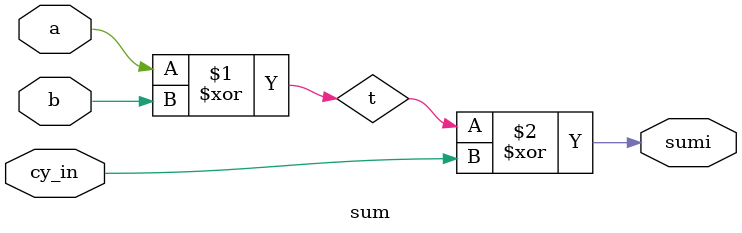
<source format=v>
module sum(sumi, a, b, cy_in);
	input a,b,cy_in;
	output sumi;

	wire t;

	xor x1(t,a,b);
	xor x2(sumi,t,cy_in);
endmodule
</source>
